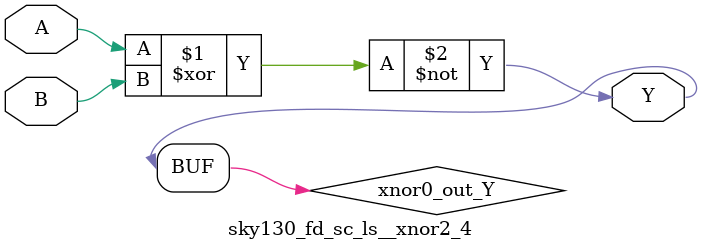
<source format=v>
/*
 * Copyright 2020 The SkyWater PDK Authors
 *
 * Licensed under the Apache License, Version 2.0 (the "License");
 * you may not use this file except in compliance with the License.
 * You may obtain a copy of the License at
 *
 *     https://www.apache.org/licenses/LICENSE-2.0
 *
 * Unless required by applicable law or agreed to in writing, software
 * distributed under the License is distributed on an "AS IS" BASIS,
 * WITHOUT WARRANTIES OR CONDITIONS OF ANY KIND, either express or implied.
 * See the License for the specific language governing permissions and
 * limitations under the License.
 *
 * SPDX-License-Identifier: Apache-2.0
*/


`ifndef SKY130_FD_SC_LS__XNOR2_4_FUNCTIONAL_V
`define SKY130_FD_SC_LS__XNOR2_4_FUNCTIONAL_V

/**
 * xnor2: 2-input exclusive NOR.
 *
 *        Y = !(A ^ B)
 *
 * Verilog simulation functional model.
 */

`timescale 1ns / 1ps
`default_nettype none

`celldefine
module sky130_fd_sc_ls__xnor2_4 (
    Y,
    A,
    B
);

    // Module ports
    output Y;
    input  A;
    input  B;

    // Local signals
    wire xnor0_out_Y;

    //   Name   Output       Other arguments
    xnor xnor0 (xnor0_out_Y, A, B           );
    buf  buf0  (Y          , xnor0_out_Y    );

endmodule
`endcelldefine

`default_nettype wire
`endif  // SKY130_FD_SC_LS__XNOR2_4_FUNCTIONAL_V

</source>
